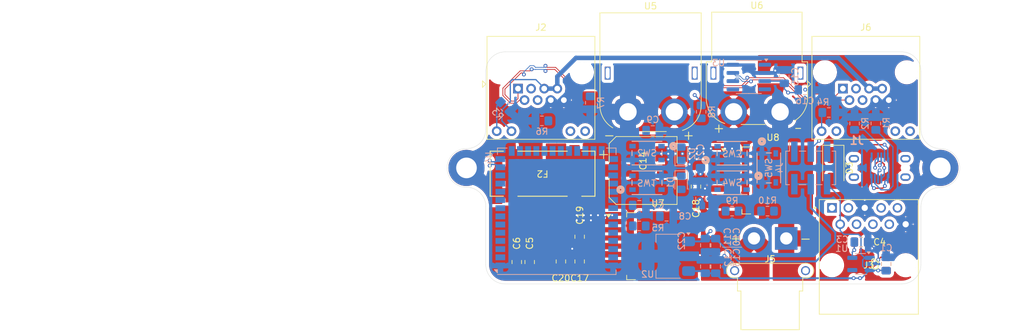
<source format=kicad_pcb>
(kicad_pcb (version 20240108) (generator "pcbnew") (generator_version "8.0")
  (layers (0 "F.Cu" signal) (1 "In1.Cu" signal) (2 "In2.Cu" signal) (31 "B.Cu" signal) (34 "B.Paste" user) (35 "F.Paste" user) (36 "B.SilkS" user "B.Silkscreen") (37 "F.SilkS" user "F.Silkscreen") (38 "B.Mask" user) (39 "F.Mask" user) (44 "Edge.Cuts" user))
  (net 0 "")
  (net 1 "GND")
  (net 2 "+5V")
  (net 3 "+3.3V")
  (net 4 "/board/esp32/EN_PB")
  (net 5 "/board/esp32/BOOT_PB")
  (net 6 "+24V")
  (net 7 "+24V_H")
  (net 8 "/board/motor_driver/M_OUT_B")
  (net 9 "/board/motor_driver/M_OUT_A")
  (net 10 "Net-(D1-K)")
  (net 11 "/board/esp32/LED_USER")
  (net 12 "Net-(D2-K)")
  (net 13 "LED_CAN")
  (net 14 "Net-(D3-K)")
  (net 15 "+5V_USB")
  (net 17 "USB_P")
  (net 18 "Net-(J1-CC1)")
  (net 19 "Net-(J1-CC2)")
  (net 21 "USB_N")
  (net 23 "+24V_L")
  (net 24 "CAN_N")
  (net 25 "CAN_P")
  (net 26 "POT_ANAL")
  (net 27 "ENC_MOSI")
  (net 28 "ENC_CS")
  (net 29 "ENC_MISO")
  (net 31 "ENC_SCLK")
  (net 32 "PB_FWD")
  (net 33 "PB_REV")
  (net 34 "PB_CALIB")
  (net 38 "CAN_RX")
  (net 39 "CAN_TX")
  (net 73 "Net-(U5-+)")
  (net 74 "M_EN_A")
  (net 75 "M_IN_A")
  (net 76 "M_IN_B")
  (net 77 "M_EN_B")
  (net 87 "Net-(J2-G_L-)")
  (net 91 "Net-(J6-G_L-)")
  (footprint "Capacitor_SMD:CP_Elec_10x12.6" (layer "F.Cu") (at 57.4 40.5)
    (property "Reference" "C14")
    (property "Value" "470uF")
  )
  (footprint "RoverFootprint:AMASS_XT30PW-F_1x02_P2.50mm_Horizontal" (layer "F.Cu") (at 79.6 51.0375 180)
    (property "Reference" "J5")
    (property "Value" "XT30PW-F")
  )
  (footprint "Capacitor_SMD:C_0805_2012Metric_Pad1.18x1.45mm_HandSolder" (layer "F.Cu") (at 47.55 50.775 -90)
    (property "Reference" "C19")
    (property "Value" "220nF")
  )
  (footprint "Capacitor_SMD:C_0805_2012Metric_Pad1.18x1.45mm_HandSolder" (layer "F.Cu") (at 37.8 54.7 -90)
    (property "Reference" "C6")
    (property "Value" "100nF")
  )
  (footprint "Package_TO_SOT_SMD:TO-263-7_TabPin4" (layer "F.Cu") (at 59.675 52.2375)
    (property "Reference" "U7")
    (property "Value" "IFX007TAUMA1")
  )
  (footprint "RoverFootprint:AMASS_XT60PW-F_1x02_P7.20mm_Horizontal" (layer "F.Cu") (at 78.65 31.4)
    (property "Reference" "U6")
    (property "Value" "XT60PM-F")
  )
  (footprint "Diode_SMD:D_SMA" (layer "F.Cu") (at 86.9 40.1 -90)
    (property "Reference" "D3")
    (property "Value" "40V")
  )
  (footprint "MountingHole:MountingHole_3.2mm_M3_DIN965_Pad_TopBottom" (layer "F.Cu") (at 103.5 40.1)
    (property "Reference" "H3" (hide yes))
    (property "Value" "MountingHole_Pad")
  )
  (footprint "Package_TO_SOT_SMD:TO-263-7_TabPin4" (layer "F.Cu") (at 77.55 42.0375)
    (property "Reference" "U8")
    (property "Value" "IFX007TAUMA1")
  )
  (footprint "RoverFootprint:ETH-RJHSE5081" (layer "F.Cu") (at 88.39 27.8)
    (property "Reference" "J6")
    (property "Value" "ETH-RJHSE5081" (hide yes))
  )
  (footprint "MountingHole:MountingHole_3.2mm_M3_DIN965_Pad_TopBottom" (layer "F.Cu") (at 30 40.1)
    (property "Reference" "H1" (hide yes))
    (property "Value" "MountingHole_Pad")
  )
  (footprint "RoverFootprint:FuseHolder-3588-20" (layer "F.Cu") (at 41.8 41 180)
    (property "Reference" "F2")
    (property "Value" "15A" (hide yes))
  )
  (footprint "Capacitor_SMD:C_0805_2012Metric_Pad1.18x1.45mm_HandSolder" (layer "F.Cu") (at 47.55 54.6125 90)
    (property "Reference" "C17")
    (property "Value" "100nF")
  )
  (footprint "RoverFootprint:RJ50-SS-641010-A-NF-A111" (layer "F.Cu") (at 92.415 55.1875)
    (property "Reference" "J3")
    (property "Value" "RJ50-SS-641010-A-NF-A111")
  )
  (footprint "Capacitor_SMD:C_0805_2012Metric_Pad1.18x1.45mm_HandSolder" (layer "F.Cu") (at 95.1 55 90)
    (property "Reference" "C2")
    (property "Value" "10nF")
  )
  (footprint "RoverFootprint:ETH-RJHSE5081" (layer "F.Cu") (at 37.99 27.8)
    (property "Reference" "J2")
    (property "Value" "ETH-RJHSE5081" (hide yes))
  )
  (footprint "Capacitor_SMD:C_0805_2012Metric_Pad1.18x1.45mm_HandSolder" (layer "F.Cu") (at 39.8 54.7 -90)
    (property "Reference" "C5")
    (property "Value" "22uF")
  )
  (footprint "Capacitor_SMD:C_0805_2012Metric_Pad1.18x1.45mm_HandSolder" (layer "F.Cu") (at 65.6 43 90)
    (property "Reference" "C18")
    (property "Value" "220nF")
  )
  (footprint "Capacitor_SMD:C_0805_2012Metric_Pad1.18x1.45mm_HandSolder" (layer "F.Cu") (at 44.65 54.6125 90)
    (property "Reference" "C20")
    (property "Value" "220nF")
  )
  (footprint "Capacitor_SMD:C_0805_2012Metric_Pad1.18x1.45mm_HandSolder" (layer "F.Cu") (at 91.2 51.6)
    (property "Reference" "C4")
    (property "Value" "10uF")
  )
  (footprint "RoverFootprint:AMASS_XT60PW-M_1x02_P7.20mm_Horizontal" (layer "F.Cu") (at 55.05 31.4)
    (property "Reference" "U5")
    (property "Value" "XT60PW-M")
  )
  (footprint "RoverFootprint:USB4145_GCT" (layer "B.Cu") (at 94.1 40.1)
    (property "Reference" "J1")
    (property "Value" "USB_C_USB4105-GF-A" (hide yes))
  )
  (footprint "Capacitor_SMD:C_0805_2012Metric_Pad1.18x1.45mm_HandSolder" (layer "B.Cu") (at 79.3 25.9375 90)
    (property "Reference" "C15")
    (property "Value" "100nF")
  )
  (footprint "Package_TO_SOT_SMD:SOT-223-3_TabPin2" (layer "B.Cu") (at 61.3 53.8 180)
    (property "Reference" "U2")
    (property "Value" "LDO-LM7805MPX/NOPB")
  )
  (footprint "RoverFootprint:SW-PTS815 SJM250SMTRLFS" (layer "B.Cu") (at 71.2 42.4 180)
    (property "Reference" "SW4")
    (property "Value" "SW-PTS815SJM250SMTRLFS")
  )
  (footprint "LED_SMD:LED_0805_2012Metric_Pad1.15x1.40mm_HandSolder" (layer "B.Cu") (at 63.3 37.9 90)
    (property "Reference" "D2")
    (property "Value" "B")
  )
  (footprint "RF_Module:ESP32-S3-WROOM-1U" (layer "B.Cu") (at 44 46.825)
    (property "Reference" "U4")
    (property "Value" "ESP32-S3-WROVER")
  )
  (footprint "Capacitor_SMD:C_0805_2012Metric_Pad1.18x1.45mm_HandSolder" (layer "B.Cu") (at 95.1 55 90)
    (property "Reference" "C1")
    (property "Value" "1uF")
  )
  (footprint "LED_SMD:LED_0805_2012Metric_Pad1.15x1.40mm_HandSolder" (layer "B.Cu") (at 63.3 42.4 -90)
    (property "Reference" "D1")
    (property "Value" "B")
  )
  (footprint "Resistor_SMD:R_0805_2012Metric_Pad1.20x1.40mm_HandSolder" (layer "B.Cu") (at 49.2 30 90)
    (property "Reference" "R7")
    (property "Value" "1k")
  )
  (footprint "Capacitor_SMD:C_0805_2012Metric_Pad1.18x1.45mm_HandSolder" (layer "B.Cu") (at 82.5 28)
    (property "Reference" "C16")
    (property "Value" "10uF")
  )
  (footprint "Package_SO:SOIC-8_3.9x4.9mm_P1.27mm" (layer "B.Cu") (at 73.8 26 180)
    (property "Reference" "U3")
    (property "Value" "SN65HVD232")
  )
  (footprint "Resistor_SMD:R_0805_2012Metric_Pad1.20x1.40mm_HandSolder" (layer "B.Cu") (at 90.2 33.2 90)
    (property "Reference" "R2")
    (property "Value" "5.1k")
  )
  (footprint "RoverFootprint:SW-PTS815 SJM250SMTRLFS" (layer "B.Cu") (at 71.2 37.825001)
    (property "Reference" "SW3")
    (property "Value" "SW-PTS815SJM250SMTRLFS")
  )
  (footprint "Capacitor_SMD:C_0805_2012Metric_Pad1.18x1.45mm_HandSolder" (layer "B.Cu") (at 58.9 34.3 180)
    (property "Reference" "C9")
    (property "Value" "100nF")
  )
  (footprint "Capacitor_SMD:C_0805_2012Metric_Pad1.18x1.45mm_HandSolder" (layer "B.Cu") (at 68.65 55.4 90)
    (property "Reference" "C13")
    (property "Value" "10uF")
  )
  (footprint "Capacitor_SMD:C_0805_2012Metric_Pad1.18x1.45mm_HandSolder" (layer "B.Cu") (at 67.05 52.1 -90)
    (property "Reference" "C11")
    (property "Value" "10nF")
  )
  (footprint "Resistor_SMD:R_0805_2012Metric_Pad1.20x1.40mm_HandSolder" (layer "B.Cu") (at 93.5 33.2 90)
    (property "Reference" "R1")
    (property "Value" "5.1k")
  )
  (footprint "Capacitor_SMD:C_0805_2012Metric_Pad1.18x1.45mm_HandSolder" (layer "B.Cu") (at 66.3 41.1 -90)
    (property "Reference" "C21")
    (property "Value" "220nF")
  )
  (footprint "Capacitor_SMD:C_0805_2012Metric_Pad1.18x1.45mm_HandSolder" (layer "B.Cu") (at 91.2 51.6)
    (property "Reference" "C3")
    (property "Value" "10uF")
  )
  (footprint "Resistor_SMD:R_0805_2012Metric_Pad1.20x1.40mm_HandSolder" (layer "B.Cu") (at 56.8 49.1 180)
    (property "Reference" "R5")
    (property "Value" "10k")
  )
  (footprint "Capacitor_SMD:C_0805_2012Metric_Pad1.18x1.45mm_HandSolder" (layer "B.Cu") (at 68.65 52.1 -90)
    (property "Reference" "C10")
    (property "Value" "1uF")
  )
  (footprint "Package_TO_SOT_SMD:SOT-23-5_HandSoldering" (layer "B.Cu") (at 91.2 55 180)
    (property "Reference" "U1")
    (property "Value" "LDO-TLV74033PDBVR")
  )
  (footprint "Resistor_SMD:R_0805_2012Metric_Pad1.20x1.40mm_HandSolder" (layer "B.Cu") (at 86.2 31.5)
    (property "Reference" "R4")
    (property "Value" "1k")
  )
  (footprint "Resistor_SMD:R_0805_2012Metric_Pad1.20x1.40mm_HandSolder" (layer "B.Cu") (at 41.7 32.8)
    (property "Reference" "R6")
    (property "Value" "1k")
  )
  (footprint "RoverFootprint:SW-PTS815 SJM250SMTRLFS" (layer "B.Cu") (at 76.9 40.1 -90)
    (property "Reference" "SW5")
    (property "Value" "SW-PTS815SJM250SMTRLFS")
  )
  (footprint "Capacitor_SMD:C_0805_2012Metric_Pad1.18x1.45mm_HandSolder" (layer "B.Cu") (at 56.8 45.9)
    (property "Reference" "C7")
    (property "Value" "1uF")
  )
  (footprint "Resistor_SMD:R_0805_2012Metric_Pad1.20x1.40mm_HandSolder" (layer "B.Cu") (at 66.4 31.4 90)
    (property "Reference" "R8")
    (property "Value" "10k")
  )
  (footprint "RoverFootprint:SW-PTS815 SJM250SMTRLFS" (layer "B.Cu") (at 58 42.4)
    (property "Reference" "SW1")
    (property "Value" "SW-PTS815SJM250SMTRLFS")
  )
  (footprint "Resistor_SMD:R_0805_2012Metric_Pad1.20x1.40mm_HandSolder" (layer "B.Cu") (at 36 30.6 -45)
    (property "Reference" "R3")
    (property "Value" "1k")
  )
  (footprint "Resistor_SMD:R_0805_2012Metric_Pad1.20x1.40mm_HandSolder" (layer "B.Cu") (at 71.2 46.8)
    (property "Reference" "R9")
    (property "Value" "10k")
  )
  (footprint "Capacitor_SMD:C_0805_2012Metric_Pad1.18x1.45mm_HandSolder" (layer "B.Cu") (at 67.05 55.4 90)
    (property "Reference" "C12")
    (property "Value" "10uF")
  )
  (footprint "Capacitor_SMD:C_0805_2012Metric_Pad1.18x1.45mm_HandSolder" (layer "B.Cu") (at 61.0375 47.6 180)
    (property "Reference" "C8")
    (property "Value" "100nF")
  )
  (footprint "Resistor_SMD:R_0805_2012Metric_Pad1.20x1.40mm_HandSolder" (layer "B.Cu") (at 76.7 46.8 180)
    (property "Reference" "R10")
    (property "Value" "10k")
  )
  (footprint "RoverFootprint:SW-PTS815 SJM250SMTRLFS" (layer "B.Cu") (at 58 37.8 180)
    (property "Reference" "SW2")
    (property "Value" "SW-PTS815SJM250SMTRLFS")
  )
  (footprint "Connector_PinHeader_2.54mm:PinHeader_2x03_P2.54mm_Vertical_SMD" (layer "B.Cu") (at 83.4 40.1 -90)
    (property "Reference" "J4")
    (property "Value" "Conn_02x03_Odd_Even")
  )
  (footprint "Capacitor_SMD:C_0805_2012Metric_Pad1.18x1.45mm_HandSolder" (layer "B.Cu") (at 66.3 44.9 90)
    (property "Reference" "C22")
    (property "Value" "100nF")
  )
  (gr_line (start 69.7 52.4) (end 72.7 52.4) (stroke (width 0.1)) (layer "B.SilkS"))
  (gr_arc (start 30 43.1) (mid 27 40.1) (end 30 37.1) (stroke (width 0.05)) (layer "Edge.Cuts"))
  (gr_arc (start 33 25.1) (mid 33.87868 22.97868) (end 36 22.1) (stroke (width 0.05)) (layer "Edge.Cuts"))
  (gr_arc (start 97.5 22.1) (mid 99.62132 22.97868) (end 100.5 25.1) (stroke (width 0.05)) (layer "Edge.Cuts"))
  (gr_arc (start 100.5 55.1) (mid 99.62132 57.22132) (end 97.5 58.1) (stroke (width 0.05)) (layer "Edge.Cuts"))
  (gr_arc (start 100.5 46.1) (mid 101.37868 43.97868) (end 103.5 43.1) (stroke (width 0.05)) (layer "Edge.Cuts"))
  (gr_arc (start 36 58.1) (mid 33.87868 57.22132) (end 33 55.1) (stroke (width 0.05)) (layer "Edge.Cuts"))
  (gr_arc (start 33 34.1) (mid 32.12132 36.22132) (end 30 37.1) (stroke (width 0.05)) (layer "Edge.Cuts"))
  (gr_arc (start 103.5 37.1) (mid 101.37868 36.22132) (end 100.5 34.1) (stroke (width 0.05)) (layer "Edge.Cuts"))
  (gr_line (start 100.5 46.1) (end 100.5 55.1) (stroke (width 0.05)) (layer "Edge.Cuts"))
  (gr_arc (start 103.5 37.1) (mid 106.5 40.1) (end 103.5 43.1) (stroke (width 0.05)) (layer "Edge.Cuts"))
  (gr_line (start 33 46.1) (end 33 55.1) (stroke (width 0.05)) (layer "Edge.Cuts"))
  (gr_line (start 100.5 25.1) (end 100.5 34.1) (stroke (width 0.05)) (layer "Edge.Cuts"))
  (gr_arc (start 30 43.1) (mid 32.12132 43.97868) (end 33 46.1) (stroke (width 0.05)) (layer "Edge.Cuts"))
  (gr_line (start 33 25.1) (end 33 34.1) (stroke (width 0.05)) (layer "Edge.Cuts"))
  (gr_line (start 36 22.1) (end 97.5 22.1) (stroke (width 0.05)) (layer "Edge.Cuts"))
  (gr_line (start 97.5 58.1) (end 36 58.1) (stroke (width 0.05)) (layer "Edge.Cuts"))
  (segment (start 67 43.3075) (end 69.9 43.3075) (width 1) (layer "F.Cu") (net 1))
  (segment (start 47.55 53.575) (end 47.3375 53.575) (width 1) (layer "F.Cu") (net 1))
  (segment (start 52.025 53.5075) (end 47.6175 53.5075) (width 1) (layer "F.Cu") (net 1))
  (segment (start 93.875645 53.225645) (end 93.875645 54.350032) (width 0.2) (layer "F.Cu") (net 1))
  (segment (start 46.4 52.6375) (end 47.225 51.8125) (width 1) (layer "F.Cu") (net 1))
  (segment (start 47.55 51.8125) (end 47.55 53.575) (width 1) (layer "F.Cu") (net 1))
  (segment (start 92.2375 51.6) (end 92.25 51.6) (width 0.2) (layer "F.Cu") (net 1))
  (segment (start 47.225 51.8125) (end 47.55 51.8125) (width 1) (layer "F.Cu") (net 1))
  (segment (start 92.25 51.6) (end 93.875645 53.225645) (width 0.2) (layer "F.Cu") (net 1))
  (segment (start 47.6175 53.5075) (end 47.55 53.575) (width 1) (layer "F.Cu") (net 1))
  (segment (start 47.3375 53.575) (end 46.4 52.6375) (width 1) (layer "F.Cu") (net 1))
  (segment (start 95.1 53.9625) (end 94.263177 53.9625) (width 0.2) (layer "F.Cu") (net 1))
  (segment (start 94.263177 53.9625) (end 93.875645 54.350032) (width 0.2) (layer "F.Cu") (net 1))
  (via (at 71.2 37.1) (size 0.6) (drill 0.3) (layers "F.Cu" "B.Cu") (net 1))
  (via (at 66.8 37.1) (size 0.6) (drill 0.3) (layers "F.Cu" "B.Cu") (net 1))
  (via (at 61.3 37.1) (size 0.6) (drill 0.3) (layers "F.Cu" "B.Cu") (net 1))
  (via (at 70.1 37.1) (size 0.6) (drill 0.3) (layers "F.Cu" "B.Cu") (net 1))
  (via (at 82.55 27.9614) (size 0.6) (drill 0.3) (layers "F.Cu" "B.Cu") (net 1))
  (via (at 65.7 37.1) (size 0.6) (drill 0.3) (layers "F.Cu" "B.Cu") (net 1))
  (via (at 49.3 48.2375) (size 0.6) (drill 0.3) (layers "F.Cu" "B.Cu") (net 1))
  (via (at 65.7 37.9) (size 0.6) (drill 0.3) (layers "F.Cu" "B.Cu") (net 1))
  (via (at 51.5 47.4375) (size 0.6) (drill 0.3) (layers "F.Cu" "B.Cu") (net 1))
  (via (at 46.4 52.6375) (size 0.6) (drill 0.3) (layers "F.Cu" "B.Cu") (net 1))
  (via (at 62.4 37.9) (size 0.6) (drill 0.3) (layers "F.Cu" "B.Cu") (net 1))
  (via (at 66.7 38.7375) (size 0.6) (drill 0.3) (layers "F.Cu" "B.Cu") (net 1))
  (via (at 48.2 48.2375) (size 0.6) (drill 0.3) (layers "F.Cu" "B.Cu") (net 1))
  (via (at 50.4 47.4375) (size 0.6) (drill 0.3) (layers "F.Cu" "B.Cu") (net 1))
  (via (at 60.2 37.9) (size 0.6) (drill 0.3) (layers "F.Cu" "B.Cu") (net 1))
  (via (at 47.1 47.4375) (size 0.6) (drill 0.3) (layers "F.Cu" "B.Cu") (net 1))
  (via (at 64.6 39.5375) (size 0.6) (drill 0.3) (layers "F.Cu" "B.Cu") (net 1))
  (via (at 93.875645 54.350032) (size 0.6) (drill 0.3) (layers "F.Cu" "B.Cu") (net 1))
  (via (at 61.3 37.9) (size 0.6) (drill 0.3) (layers "F.Cu" "B.Cu") (net 1))
  (via (at 70 53.75) (size 0.6) (drill 0.3) (layers "F.Cu" "B.Cu") (net 1))
  (via (at 77.9 25) (size 0.6) (drill 0.3) (layers "F.Cu" "B.Cu") (net 1))
  (via (at 67.9 37.1) (size 0.6) (drill 0.3) (layers "F.Cu" "B.Cu") (net 1))
  (via (at 64.6 37.1) (size 0.6) (drill 0.3) (layers "F.Cu" "B.Cu") (net 1))
  (via (at 67 43.3075) (size 0.6) (drill 0.3) (layers "F.Cu" "B.Cu") (net 1))
  (via (at 63.5 37.9) (size 0.6) (drill 0.3) (layers "F.Cu" "B.Cu") (net 1))
  (via (at 65.7 38.7375) (size 0.6) (drill 0.3) (layers "F.Cu" "B.Cu") (net 1))
  (via (at 48.2 47.4375) (size 0.6) (drill 0.3) (layers "F.Cu" "B.Cu") (net 1))
  (via (at 64.6 37.9) (size 0.6) (drill 0.3) (layers "F.Cu" "B.Cu") (net 1))
  (via (at 52.6 47.4375) (size 0.6) (drill 0.3) (layers "F.Cu" "B.Cu") (net 1))
  (via (at 66.8 37.9) (size 0.6) (drill 0.3) (layers "F.Cu" "B.Cu") (net 1))
  (via (at 47.1 48.2375) (size 0.6) (drill 0.3) (layers "F.Cu" "B.Cu") (net 1))
  (via (at 64.6 38.7375) (size 0.6) (drill 0.3) (layers "F.Cu" "B.Cu") (net 1))
  (via (at 61.3 38.8) (size 0.6) (drill 0.3) (layers "F.Cu" "B.Cu") (net 1))
  (via (at 49.3 47.4375) (size 0.6) (drill 0.3) (layers "F.Cu" "B.Cu") (net 1))
  (segment (start 67 43.3075) (end 66.3 42.6075) (width 1) (layer "B.Cu") (net 1))
  (segment (start 79.3 24.9) (end 78 24.9) (width 0.2) (layer "B.Cu") (net 1))
  (segment (start 82.5886 28) (end 83.5375 28) (width 0.2) (layer "B.Cu") (net 1))
  (segment (start 92.55 55) (end 93.225677 55) (width 0.2) (layer "B.Cu") (net 1))
  (segment (start 92.2375 51.6) (end 93.875645 53.238145) (width 0.2) (layer "B.Cu") (net 1))
  (segment (start 93.225677 55) (end 93.875645 54.350032) (width 0.2) (layer "B.Cu") (net 1))
  (segment (start 67 43.3075) (end 66.855 43.3075) (width 1) (layer "B.Cu") (net 1))
  (segment (start 93.875645 53.238145) (end 93.875645 54.350032) (width 0.2) (layer "B.Cu") (net 1))
  (segment (start 66.855 43.3075) (end 66.3 43.8625) (width 1) (layer "B.Cu") (net 1))
  (segment (start 77.535 25.365) (end 77.9 25) (width 0.2) (layer "B.Cu") (net 1))
  (segment (start 76.275 25.365) (end 77.535 25.365) (width 0.2) (layer "B.Cu") (net 1))
  (segment (start 78 24.9) (end 77.9 25) (width 0.2) (layer "B.Cu") (net 1))
  (segment (start 82.55 27.9614) (end 82.5886 28) (width 0.2) (layer "B.Cu") (net 1))
  (segment (start 66.3 42.6075) (end 66.3 42.1375) (width 1) (layer "B.Cu") (net 1))
  (segment (start 66.3 42.1375) (end 66.3 43.8625) (width 1) (layer "B.Cu") (net 1))
  (segment (start 95.0625 56) (end 95.1 56.0375) (width 0.2) (layer "F.Cu") (net 2))
  (segment (start 93.85 56) (end 95.0625 56) (width 0.2) (layer "F.Cu") (net 2))
  (via (at 91.05 57.2) (size 0.6) (drill 0.3) (layers "F.Cu" "B.Cu") (net 2))
  (via (at 93.85 56) (size 0.6) (drill 0.3) (layers "F.Cu" "B.Cu") (net 2))
  (via (at 90.05 57.2) (size 0.6) (drill 0.3) (layers "F.Cu" "B.Cu") (net 2))
  (segment (start 92.55 55.95) (end 93.8 55.95) (width 0.2) (layer "B.Cu") (net 2))
  (segment (start 92.061424 55.95) (end 92.55 55.95) (width 0.2) (layer "B.Cu") (net 2))
  (segment (start 92.55 55.95) (end 91.3 57.2) (width 0.2) (layer "B.Cu") (net 2))
  (segment (start 91.3 57.2) (end 91.05 57.2) (width 0.2) (layer "B.Cu") (net 2))
  (segment (start 93.85 56) (end 95.0625 56) (width 0.2) (layer "B.Cu") (net 2))
  (segment (start 64.45 56.1) (end 66.7125 56.1) (width 0.3) (layer "B.Cu") (net 2))
  (segment (start 88.55 50.4) (end 90.8 50.4) (width 0.2) (layer "B.Cu") (net 2))
  (segment (start 68.65 56.4375) (end 69.425 57.2125) (width 0.3) (layer "B.Cu") (net 2))
  (segment (start 91.2 53.479999) (end 91.770001 54.05) (width 0.2) (layer "B.Cu") (net 2))
  (segment (start 91.770001 54.05) (end 91.47 54.350001) (width 0.2) (layer "B.Cu") (net 2))
  (segment (start 90.8 50.4) (end 91.2 50.8) (width 0.2) (layer "B.Cu") (net 2))
  (segment (start 91.05 57.2) (end 90.05 57.2) (width 0.2) (layer "B.Cu") (net 2))
  (segment (start 87.97 44.655) (end 85.94 42.625) (width 0.2) (layer "B.Cu") (net 2))
  (segment (start 87.97 48.8375) (end 87.97 49.82) (width 0.2) (layer "B.Cu") (net 2))
  (segment (start 67.05 56.4375) (end 68.65 56.4375) (width 0.3) (layer "B.Cu") (net 2))
  (segment (start 87.97 49.82) (end 88.55 50.4) (width 0.2) (layer "B.Cu") (net 2))
  (segment (start 93.8 55.95) (end 93.85 56) (width 0.2) (layer "B.Cu") (net 2))
  (segment (start 91.47 55.358576) (end 92.061424 55.95) (width 0.2) (layer "B.Cu") (net 2))
  (segment (start 95.0625 56) (end 95.1 56.0375) (width 0.2) (layer "B.Cu") (net 2))
  (segment (start 91.47 54.350001) (end 91.47 55.358576) (width 0.2) (layer "B.Cu") (net 2))
  (segment (start 69.425 57.2125) (end 90.0375 57.2125) (width 0.3) (layer "B.Cu") (net 2))
  (segment (start 87.97 48.8375) (end 87.97 44.655) (width 0.2) (layer "B.Cu") (net 2))
  (segment (start 91.2 50.8) (end 91.2 53.479999) (width 0.2) (layer "B.Cu") (net 2))
  (segment (start 66.7125 56.1) (end 67.05 56.4375) (width 0.3) (layer "B.Cu") (net 2))
  (segment (start 90.0375 57.2125) (end 90.05 57.2) (width 0.3) (layer "B.Cu") (net 2))
  (segment (start 92.55 54.05) (end 91.770001 54.05) (width 0.2) (layer "B.Cu") (net 2))
  (segment (start 90.15 52.85) (end 90.15 51.6125) (width 0.2) (layer "F.Cu") (net 3))
  (segment (start 90.15 51.6125) (end 90.1625 51.6) (width 0.2) (layer "F.Cu") (net 3))
  (via (at 65.4 28.8) (size 0.6) (drill 0.3) (layers "F.Cu" "B.Cu") (net 3))
  (via (at 79.886308 28.413692) (size 0.6) (drill 0.3) (layers "F.Cu" "B.Cu") (net 3))
  (via (at 90.15 52.85) (size 0.6) (drill 0.3) (layers "F.Cu" "B.Cu") (net 3))
  (segment (start 78.96 26.635) (end 79.3 26.975) (width 0.2) (layer "B.Cu") (net 3))
  (segment (start 90.1625 52.8375) (end 90.15 52.85) (width 0.2) (layer "B.Cu") (net 3))
  (segment (start 81.048808 28.413692) (end 81.4625 28) (width 0.2) (layer "B.Cu") (net 3))
  (segment (start 79.886308 28.413692) (end 81.048808 28.413692) (width 0.2) (layer "B.Cu") (net 3))
  (segment (start 89.85 54.05) (end 89.85 53.15) (width 0.2) (layer "B.Cu") (net 3))
  (segment (start 66.4 29.8) (end 65.4 28.8) (width 0.2) (layer "B.Cu") (net 3))
  (segment (start 90.1625 51.6) (end 90.1625 52.8375) (width 0.2) (layer "B.Cu") (net 3))
  (segment (start 79.886308 28.413692) (end 79.3 27.827384) (width 0.2) (layer "B.Cu") (net 3))
  (segment (start 79.3 27.827384) (end 79.3 26.975) (width 0.2) (layer "B.Cu") (net 3))
  (segment (start 89.85 53.15) (end 90.15 52.85) (width 0.2) (layer "B.Cu") (net 3))
  (segment (start 76.275 26.635) (end 78.96 26.635) (width 0.2) (layer "B.Cu") (net 3))
  (segment (start 66.4 30.4) (end 66.4 29.8) (width 0.2) (layer "B.Cu") (net 3))
  (via (at 67.85 49.9) (size 0.6) (drill 0.3) (layers "F.Cu" "B.Cu") (net 6))
  (segment (start 87.2 51.6) (end 84.2 54.6) (width 0.3) (layer "B.Cu") (net 6))
  (segment (start 83.4 42.625) (end 83.4 46.3) (width 0.3) (layer "B.Cu") (net 6))
  (segment (start 64.45 51.5) (end 66.6125 51.5) (width 0.3) (layer "B.Cu") (net 6))
  (segment (start 66.6125 51.5) (end 67.05 51.0625) (width 0.3) (layer "B.Cu") (net 6))
  (segment (start 83.4 46.3) (end 87.2 50.1) (width 0.3) (layer "B.Cu") (net 6))
  (segment (start 87.2 50.1) (end 87.2 51.6) (width 0.3) (layer "B.Cu") (net 6))
  (segment (start 67.05 50.7) (end 67.85 49.9) (width 0.3) (layer "B.Cu") (net 6))
  (segment (start 67.05 51.0625) (end 68.65 51.0625) (width 0.3) (layer "B.Cu") (net 6))
  (segment (start 72.1875 54.6) (end 68.65 51.0625) (width 0.3) (layer "B.Cu") (net 6))
  (segment (start 84.2 54.6) (end 72.1875 54.6) (width 0.3) (layer "B.Cu") (net 6))
  (segment (start 80.86 42.625) (end 83.4 42.625) (width 0.3) (layer "B.Cu") (net 6))
  (segment (start 67.05 51.0625) (end 67.05 50.7) (width 0.3) (layer "B.Cu") (net 6))
  (segment (start 65.6 44.425) (end 66.2125 45.0375) (width 1) (layer "F.Cu") (net 7))
  (segment (start 66.2125 45.0375) (end 67.0225 45.8475) (width 1) (layer "F.Cu") (net 7))
  (segment (start 67.0225 45.8475) (end 69.9 45.8475) (width 1) (layer "F.Cu") (net 7))
  (segment (start 65.6 44.0375) (end 65.6 44.425) (width 1) (layer "F.Cu") (net 7))
  (via (at 66.2125 45.0375) (size 0.6) (drill 0.3) (layers "F.Cu" "B.Cu") (net 7))
  (segment (start 66.3 45.2375) (end 66.2125 45.15) (width 1) (layer "B.Cu") (net 7))
  (segment (start 66.3 45.9375) (end 66.3 45.2375) (width 1) (layer "B.Cu") (net 7))
  (segment (start 67.2875 42.0375) (end 69.9 42.0375) (width 1) (layer "F.Cu") (net 8))
  (segment (start 65.6 41.75) (end 66.3 41.05) (width 1) (layer "F.Cu") (net 8))
  (segment (start 66.3 41.05) (end 67.2875 42.0375) (width 1) (layer "F.Cu") (net 8))
  (segment (start 65.6 41.9625) (end 65.6 41.75) (width 1) (layer "F.Cu") (net 8))
  (via (at 66.3 41.05) (size 0.6) (drill 0.3) (layers "F.Cu" "B.Cu") (net 8))
  (segment (start 66.3 40.0625) (end 66.3 40.85) (width 1) (layer "B.Cu") (net 8))
  (segment (start 44.65 53.575) (end 44.65 51.9125) (width 1) (layer "F.Cu") (net 9))
  (segment (start 49.7 52.2375) (end 52.025 52.2375) (width 1) (layer "F.Cu") (net 9))
  (segment (start 49.025 50.4875) (end 49.025 51.5625) (width 1) (layer "F.Cu") (net 9))
  (segment (start 47.55 49.7375) (end 48.275 49.7375) (width 1) (layer "F.Cu") (net 9))
  (segment (start 44.65 51.9125) (end 46.825 49.7375) (width 1) (layer "F.Cu") (net 9))
  (segment (start 46.825 49.7375) (end 47.55 49.7375) (width 1) (layer "F.Cu") (net 9))
  (segment (start 48.275 49.7375) (end 49.025 50.4875) (width 1) (layer "F.Cu") (net 9))
  (segment (start 49.025 51.5625) (end 49.7 52.2375) (width 1) (layer "F.Cu") (net 9))
  (segment (start 94.557268 43.242732) (end 94.9 42.9) (width 0.2) (layer "F.Cu") (net 15))
  (segment (start 93.207268 43.242732) (end 94.557268 43.242732) (width 0.2) (layer "F.Cu") (net 15))
  (segment (start 88.7 40.3) (end 86.9 42.1) (width 0.2) (layer "F.Cu") (net 15))
  (segment (start 94.849265 36.500735) (end 89.949265 36.500735) (width 0.2) (layer "F.Cu") (net 15))
  (segment (start 88.7 37.75) (end 88.7 40.3) (width 0.2) (layer "F.Cu") (net 15))
  (segment (start 89.949265 36.500735) (end 88.7 37.75) (width 0.2) (layer "F.Cu") (net 15))
  (via (at 94.9 42.9) (size 0.6) (drill 0.3) (layers "F.Cu" "B.Cu") (net 15))
  (via (at 93.207268 43.242732) (size 0.6) (drill 0.3) (layers "F.Cu" "B.Cu") (net 15))
  (via (at 94.849265 36.500735) (size 0.6) (drill 0.3) (layers "F.Cu" "B.Cu") (net 15))
  (segment (start 95.35 41.755) (end 95.499999 41.605001) (width 0.2) (layer "B.Cu") (net 15))
  (segment (start 94.9 42.9) (end 94.9 42.205) (width 0.2) (layer "B.Cu") (net 15))
  (segment (start 92.85 42.885464) (end 93.207268 43.242732) (width 0.2) (layer "B.Cu") (net 15))
  (segment (start 94.9 42.205) (end 95.35 41.755) (width 0.2) (layer "B.Cu") (net 15))
  (segment (start 95.35 37.00147) (end 95.35 38.445) (width 0.2) (layer "B.Cu") (net 15))
  (segment (start 92.7 38.595) (end 92.85 38.445) (width 0.2) (layer "B.Cu") (net 15))
  (segment (start 92.7 41.605) (end 92.7 38.595) (width 0.2) (layer "B.Cu") (net 15))
  (segment (start 94.849265 36.500735) (end 95.35 37.00147) (width 0.2) (layer "B.Cu") (net 15))
  (segment (start 92.85 41.755) (end 92.7 41.605) (width 0.2) (layer "B.Cu") (net 15))
  (segment (start 92.85 41.755) (end 92.85 42.885464) (width 0.2) (layer "B.Cu") (net 15))
  (segment (start 95.499999 38.594999) (end 95.35 38.445) (width 0.2) (layer "B.Cu") (net 15))
  (segment (start 95.499999 41.605001) (end 95.499999 38.594999) (width 0.2) (layer "B.Cu") (net 15))
  (segment (start 94.101671 40.460262) (end 94.088755 40.473178) (width 0.2052) (layer "F.Cu") (net 17))
  (via (at 94.088755 40.473178) (size 0.6) (drill 0.3) (layers "F.Cu" "B.Cu") (net 17))
  (via (at 94.101671 39.703175) (size 0.6) (drill 0.3) (layers "F.Cu" "B.Cu") (net 17))
  (via (at 33.6 38.9484) (size 0.6) (drill 0.3) (layers "F.Cu" "B.Cu") (net 17))
  (segment (start 94.35 39.454846) (end 94.35 38.445) (width 0.2) (layer "B.Cu") (net 17))
  (segment (start 33.6 38.9484) (end 33.7974 39.1458) (width 0.2052) (layer "B.Cu") (net 17))
  (segment (start 34.288589 39.1558) (end 34.5192 39.1558) (width 0.2052) (layer "B.Cu") (net 17))
  (segment (start 93.85 40.711933) (end 93.85 41.755) (width 0.2) (layer "B.Cu") (net 17))
  (segment (start 34.278589 39.1458) (end 34.288589 39.1558) (width 0.2052) (layer "B.Cu") (net 17))
  (segment (start 33.7974 39.1458) (end 34.278589 39.1458) (width 0.2052) (layer "B.Cu") (net 17))
  (segment (start 34.95 38.725) (end 35.25 38.725) (width 0.2052) (layer "B.Cu") (net 17))
  (segment (start 34.5192 39.1558) (end 34.95 38.725) (width 0.2052) (layer "B.Cu") (net 17))
  (segment (start 94.101671 39.703175) (end 94.35 39.454846) (width 0.2) (layer "B.Cu") (net 17))
  (segment (start 94.088755 40.473178) (end 93.85 40.711933) (width 0.2) (layer "B.Cu") (net 17))
  (segment (start 93.35 42.536934) (end 94.313066 43.5) (width 0.2) (layer "B.Cu") (net 18))
  (segment (start 93.35 41.755) (end 93.35 42.536934) (width 0.2) (layer "B.Cu") (net 18))
  (segment (start 95.55 43.5) (end 96.15 42.9) (width 0.2) (layer "B.Cu") (net 18))
  (segment (start 96.15 36.85) (end 93.5 34.2) (width 0.2) (layer "B.Cu") (net 18))
  (segment (start 94.313066 43.5) (end 95.55 43.5) (width 0.2) (layer "B.Cu") (net 18))
  (segment (start 96.15 42.9) (end 96.15 36.85) (width 0.2) (layer "B.Cu") (net 18))
  (segment (start 94.85 37.35) (end 94.85 38.445) (width 0.2) (layer "B.Cu") (net 19))
  (segment (start 90.2 34.2) (end 91.7 34.2) (width 0.2) (layer "B.Cu") (net 19))
  (segment (start 91.7 34.2) (end 94.85 37.35) (width 0.2) (layer "B.Cu") (net 19))
  (segment (start 93.390427 39.557688) (end 93.85074 39.097375) (width 0.2052) (layer "F.Cu") (net 21))
  (segment (start 93.390427 40.076352) (end 93.390427 39.557688) (width 0.2052) (layer "F.Cu") (net 21))
  (segment (start 94.8 39.544773) (end 94.8 40.1) (width 0.2052) (layer "F.Cu") (net 21))
  (segment (start 93.85074 39.097375) (end 94.352602 39.097375) (width 0.2052) (layer "F.Cu") (net 21))
  (segment (start 94.352602 39.097375) (end 94.8 39.544773) (width 0.2052) (layer "F.Cu") (net 21))
  (via (at 94.8 40.1) (size 0.6) (drill 0.3) (layers "F.Cu" "B.Cu") (net 21))
  (via (at 33.6 39.7516) (size 0.6) (drill 0.3) (layers "F.Cu" "B.Cu") (net 21))
  (via (at 93.390427 40.076352) (size 0.6) (drill 0.3) (layers "F.Cu" "B.Cu") (net 21))
  (segment (start 34.122302 39.5542) (end 34.132302 39.5642) (width 0.2052) (layer "B.Cu") (net 21))
  (segment (start 34.95 39.995) (end 35.25 39.995) (width 0.2052) (layer "B.Cu") (net 21))
  (segment (start 34.132302 39.5642) (end 34.5192 39.5642) (width 0.2052) (layer "B.Cu") (net 21))
  (segment (start 94.8 41.305) (end 94.8 40.1) (width 0.2) (layer "B.Cu") (net 21))
  (segment (start 94.35 41.755) (end 94.8 41.305) (width 0.2) (layer "B.Cu") (net 21))
  (segment (start 93.85 38.445) (end 93.390427 38.904573) (width 0.2) (layer "B.Cu") (net 21))
  (segment (start 33.6 39.7516) (end 33.7974 39.5542) (width 0.2052) (layer "B.Cu") (net 21))
  (segment (start 93.390427 38.904573) (end 93.390427 40.076352) (width 0.2) (layer "B.Cu") (net 21))
  (segment (start 33.7974 39.5542) (end 34.122302 39.5542) (width 0.2052) (layer "B.Cu") (net 21))
  (segment (start 34.5192 39.5642) (end 34.95 39.995) (width 0.2052) (layer "B.Cu") (net 21))
  (via (at 84.7 35.9) (size 0.6) (drill 0.3) (layers "F.Cu" "B.Cu") (net 23))
  (segment (start 36.98 34.3) (end 35.5 32.82) (width 0.2) (layer "B.Cu") (net 23))
  (segment (start 46.978375 23.035) (end 44.086 25.927375) (width 0.7) (layer "B.Cu") (net 23))
  (segment (start 87.689 23.035) (end 46.978375 23.035) (width 0.7) (layer "B.Cu") (net 23))
  (segment (start 44.086 25.927375) (end 44.086 27.8) (width 0.7) (layer "B.Cu") (net 23))
  (segment (start 92.454 27.8) (end 87.689 23.035) (width 0.7) (layer "B.Cu") (net 23))
  (segment (start 36.8 29.8) (end 36.8 26.7) (width 0.2) (layer "B.Cu") (net 23))
  (segment (start 35.5 32.82) (end 35.5 31.1) (width 0.2) (layer "B.Cu") (net 23))
  (segment (start 44.086 27.8) (end 42.054 27.8) (width 0.7) (layer "B.Cu") (net 23))
  (segment (start 37.1 26.4) (end 40.754 26.4) (width 0.2) (layer "B.Cu") (net 23))
  (segment (start 35.5 31.1) (end 36.8 29.8) (width 0.2) (layer "B.Cu") (net 23))
  (segment (start 40.754 26.4) (end 42.054 27.7) (width 0.2) (layer "B.Cu") (net 23))
  (segment (start 92.454 27.8) (end 94.486 27.8) (width 0.7) (layer "B.Cu") (net 23))
  (segment (start 83.4 37.575) (end 83.4 37.2) (width 0.2) (layer "B.Cu") (net 23))
  (segment (start 36.8 26.7) (end 37.1 26.4) (width 0.2) (layer "B.Cu") (net 23))
  (segment (start 83.4 37.2) (end 84.7 35.9) (width 0.2) (layer "B.Cu") (net 23))
  (segment (start 38.216275 29.58) (end 39.006 29.58) (width 0.1168) (layer "F.Cu") (net 24))
  (segment (start 74.133975 26.675575) (end 74.381925 26.427625) (width 0.1168) (layer "F.Cu") (net 24))
  (segment (start 36.833724 30.06) (end 37.736275 30.06) (width 0.1168) (layer "F.Cu") (net 24))
  (segment (start 37.736275 30.06) (end 38.216275 29.58) (width 0.1168) (layer "F.Cu") (net 24))
  (segment (start 72.807875 27.66) (end 73.7923 26.675575) (width 0.1168) (layer "F.Cu") (net 24))
  (segment (start 74.381925 26.427625) (end 79.051349 26.427625) (width 0.1168) (layer "F.Cu") (net 24))
  (segment (start 39.860001 25.039999) (end 38.333725 25.039999) (width 0.1168) (layer "F.Cu") (net 24))
  (segment (start 40.1 24.8) (end 39.860001 25.039999) (width 0.1168) (layer "F.Cu") (net 24))
  (segment (start 73.7923 26.675575) (end 74.133975 26.675575) (width 0.1168) (layer "F.Cu") (net 24))
  (segment (start 42.491599 24.820001) (end 43.693725 24.820001) (width 0.1168) (layer "F.Cu") (net 24))
  (segment (start 35.64 28.866276) (end 36.833724 30.06) (width 0.1168) (layer "F.Cu") (net 24))
  (segment (start 46.533724 27.66) (end 72.807875 27.66) (width 0.1168) (layer "F.Cu") (net 24))
  (segment (start 38.333725 25.039999) (end 35.64 27.733724) (width 0.1168) (layer "F.Cu") (net 24))
  (segment (start 79.051349 26.427625) (end 82.203724 29.58) (width 0.1168) (layer "F.Cu") (net 24))
  (segment (start 43.693725 24.820001) (end 46.533724 27.66) (width 0.1168) (layer "F.Cu") (net 24))
  (segment (start 42.25 25.0616) (end 42.491599 24.820001) (width 0.1168) (layer "F.Cu") (net 24))
  (segment (start 82.203724 29.58) (end 89.406 29.58) (width 0.1168) (layer "F.Cu") (net 24))
  (segment (start 35.64 27.733724) (end 35.64 28.866276) (width 0.1168) (layer "F.Cu") (net 24))
  (via (at 40.1 24.8) (size 0.6) (drill 0.3) (layers "F.Cu" "B.Cu") (net 24))
  (via (at 74.133975 26.675575) (size 0.6) (drill 0.3) (layers "F.Cu" "B.Cu") (net 24))
  (via (at 42.25 25.0616) (size 0.6) (drill 0.3) (layers "F.Cu" "B.Cu") (net 24))
  (segment (start 40.12 24.82) (end 40.7 24.82) (width 0.1168) (layer "B.Cu") (net 24))
  (segment (start 72.283725 26.160001) (end 72.799299 26.675575) (width 0.1168) (layer "B.Cu") (net 24))
  (segment (start 71.325 26.635) (end 71.799999 26.160001) (width 0.1168) (layer "B.Cu") (net 24))
  (segment (start 40.1 24.8) (end 40.12 24.82) (width 0.1168) (layer "B.Cu") (net 24))
  (segment (start 71.799999 26.160001) (end 72.283725 26.160001) (width 0.1168) (layer "B.Cu") (net 24))
  (segment (start 72.799299 26.675575) (end 74.133975 26.675575) (width 0.1168) (layer "B.Cu") (net 24))
  (segment (start 42.008401 24.820001) (end 42.25 25.0616) (width 0.1168) (layer "B.Cu") (net 24))
  (segment (start 40.700001 24.820001) (end 42.008401 24.820001) (width 0.1168) (layer "B.Cu") (net 24))
  (segment (start 40.7 24.82) (end 40.700001 24.820001) (width 0.1168) (layer "B.Cu") (net 24))
  (segment (start 82.336276 29.26) (end 86.93 29.26) (width 0.1168) (layer "F.Cu") (net 25))
  (segment (start 73.566025 26.4493) (end 73.566025 26.107625) (width 0.1168) (layer "F.Cu") (net 25))
  (segment (start 46.666276 27.34) (end 72.675325 27.34) (width 0.1168) (layer "F.Cu") (net 25))
  (segment (start 37.99 29.353725) (end 37.603725 29.74) (width 0.1168) (layer "F.Cu") (net 25))
  (segment (start 38.466275 25.360001) (end 38.658401 25.360001) (width 0.1168) (layer "F.Cu") (net 25))
  (segment (start 37.99 27.8) (end 37.99 29.353725) (width 0.1168) (layer "F.Cu") (net 25))
  (segment (start 37.603725 29.74) (end 36.966276 29.74) (width 0.1168) (layer "F.Cu") (net 25))
  (segment (start 73.566025 26.107625) (end 79.183901 26.107625) (width 0.1168) (layer "F.Cu") (net 25))
  (segment (start 86.93 29.26) (end 88.39 27.8) (width 0.1168) (layer "F.Cu") (net 25))
  (segment (start 35.96 28.733724) (end 35.96 27.866276) (width 0.1168) (layer "F.Cu") (net 25))
  (segment (start 35.96 27.866276) (end 38.466275 25.360001) (width 0.1168) (layer "F.Cu") (net 25))
  (segment (start 36.966276 29.74) (end 35.96 28.733724) (width 0.1168) (layer "F.Cu") (net 25))
  (segment (start 42.25 24.2584) (end 42.491599 24.499999) (width 0.1168) (layer "F.Cu") (net 25))
  (segment (start 38.658401 25.360001) (end 38.9 25.6016) (width 0.1168) (layer "F.Cu") (net 25))
  (segment (start 42.491599 24.499999) (end 43.826275 24.499999) (width 0.1168) (layer "F.Cu") (net 25))
  (segment (start 72.675325 27.34) (end 73.566025 26.4493) (width 0.1168) (layer "F.Cu") (net 25))
  (segment (start 79.183901 26.107625) (end 82.336276 29.26) (width 0.1168) (layer "F.Cu") (net 25))
  (segment (start 43.826275 24.499999) (end 46.666276 27.34) (width 0.1168) (layer "F.Cu") (net 25))
  (via (at 38.9 25.6016) (size 0.6) (drill 0.3) (layers "F.Cu" "B.Cu") (net 25))
  (via (at 73.566025 26.107625) (size 0.6) (drill 0.3) (layers "F.Cu" "B.Cu") (net 25))
  (via (at 42.25 24.2584) (size 0.6) (drill 0.3) (layers "F.Cu" "B.Cu") (net 25))
  (segment (start 42.008401 24.499999) (end 42.25 24.2584) (width 0.1168) (layer "B.Cu") (net 25))
  (segment (start 40.7 24.5) (end 40.700001 24.499999) (width 0.1168) (layer "B.Cu") (net 25))
  (segment (start 72.416275 25.839999) (end 72.931851 26.355575) (width 0.1168) (layer "B.Cu") (net 25))
  (segment (start 40.700001 24.499999) (end 42.008401 24.499999) (width 0.1168) (layer "B.Cu") (net 25))
  (segment (start 38.9 25.6016) (end 38.9 25.205777) (width 0.1168) (layer "B.Cu") (net 25))
  (segment (start 39.867377 24.2384) (end 40.4384 24.2384) (width 0.1168) (layer "B.Cu") (net 25))
  (segment (start 73.318075 26.355575) (end 73.566025 26.107625) (width 0.1168) (layer "B.Cu") (net 25))
  (segment (start 38.9 25.205777) (end 39.867377 24.2384) (width 0.1168) (layer "B.Cu") (net 25))
  (segment (start 71.799999 25.839999) (end 72.416275 25.839999) (width 0.1168) (layer "B.Cu") (net 25))
  (segment (start 40.4384 24.2384) (end 40.7 24.5) (width 0.1168) (layer "B.Cu") (net 25))
  (segment (start 71.325 25.365) (end 71.799999 25.839999) (width 0.1168) (layer "B.Cu") (net 25))
  (segment (start 72.931851 26.355575) (end 73.318075 26.355575) (width 0.1168) (layer "B.Cu") (net 25))
  (segment (start 62.35 31.35) (end 62.25 31.25) (width 2.5) (layer "F.Cu") (net 73))
  (segment (start 35.292893 29.892893) (end 34.7 30.485786) (width 0.2) (layer "B.Cu") (net 87))
  (segment (start 34.7 34.29) (end 34.69 34.3) (width 0.2) (layer "B.Cu") (net 87))
  (segment (start 34.7 30.485786) (end 34.7 34.29) (width 0.2) (layer "B.Cu") (net 87))
  (segment (start 85.09 34.4) (end 85.09 31.61) (width 0.2) (layer "B.Cu") (net 91))
  (segment (start 85.09 31.61) (end 85.2 31.5) (width 0.2) (layer "B.Cu") (net 91))
  (zone (net 73) (net_name "Net-(U5-+)") (layer "F.Cu") (priority 2) (connect_pads (clearance 0.5)) (min_thickness 0.25) (fill yes (thermal_gap 0.5) (thermal_bridge_width 2.5))
    (polygon (pts (xy 74.7 22) (xy 74.7 34.4) (xy 50.3 34.4) (xy 48.9 35.8) (xy 41.8 35.8) (xy 41.8 45.7) (xy 27 45.7) (xy 27 22)))
  )
  (zone (net 8) (net_name "/board/motor_driver/M_OUT_B") (layer "F.Cu") (priority 3) (connect_pads (clearance 0.5)) (min_thickness 0.25) (fill yes (thermal_gap 0.5) (thermal_bridge_width 2.5))
    (polygon (pts (xy 74.2 38.1) (xy 74.2 49.7) (xy 77 49.7) (xy 77 60) (xy 84.2 60) (xy 84.2 38.1)))
  )
  (zone (net 1) (net_name "GND") (layer "F.Cu") (priority 1) (connect_pads (clearance 0.5)) (min_thickness 0.25) (fill yes (thermal_gap 0.5) (thermal_bridge_width 2.5))
    (polygon (pts (xy 46.6 50.6375) (xy 46.6 46.9375) (xy 54.5 46.9375) (xy 54.5 49.0375) (xy 49.9 49.0375) (xy 48.3 50.6375)))
  )
  (zone (net 1) (net_name "GND") (layer "F.Cu") (priority 1) (connect_pads (clearance 0.5)) (min_thickness 0.25) (fill yes (thermal_gap 0.5) (thermal_bridge_width 2.5))
    (polygon (pts (xy 59.3 40.4375) (xy 59.3 36.7375) (xy 72.2 36.7375) (xy 72.2 38.8375) (xy 67.6 38.8375) (xy 66 40.4375)))
  )
  (zone (net 7) (net_name "+24V_H") (layer "F.Cu") (connect_pads (clearance 0.5)) (min_thickness 0.25) (fill yes (thermal_gap 0.5) (thermal_bridge_width 2.5))
    (polygon (pts (xy 27 22) (xy 106.5 22.1) (xy 106.5 63.7) (xy 27 63.6)))
  )
  (zone (net 9) (net_name "/board/motor_driver/M_OUT_A") (layer "F.Cu") (priority 3) (connect_pads (clearance 0.5)) (min_thickness 0.25) (fill yes (thermal_gap 0.5) (thermal_bridge_width 2.5))
    (polygon (pts (xy 56.2 48.6) (xy 56.2 60) (xy 77 60) (xy 77 49.7) (xy 66.1 49.7) (xy 66.1 48.6)))
  )
  (zone (net 1) (net_name "GND") (layers "In1.Cu" "B.Cu") (connect_pads (clearance 0.5)) (min_thickness 0.25) (fill yes (thermal_gap 0.5) (thermal_bridge_width 2.5))
    (polygon (pts (xy 27 22.1) (xy 106.5 22.1) (xy 106.5 63.7) (xy 27 63.7)))
  )
)
</source>
